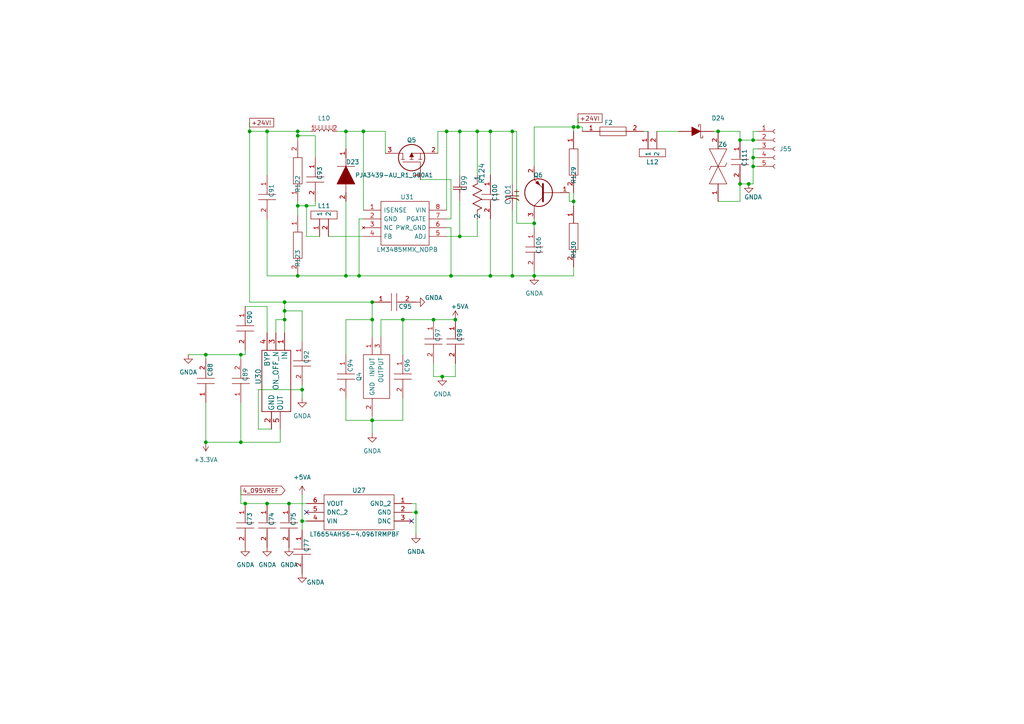
<source format=kicad_sch>
(kicad_sch (version 20230121) (generator eeschema)
  (paper "A4")
  (junction (at 69.85 128.27))
  (junction (at 86.36 80.01))
  (junction (at 77.47 146.05))
  (junction (at 148.59 80.01))
  (junction (at 100.33 80.01))
  (junction (at 87.63 151.13))
  (junction (at 128.27 109.22))
  (junction (at 120.65 148.59))
  (junction (at 100.33 38.1))
  (junction (at 129.54 38.1))
  (junction (at 77.47 38.1))
  (junction (at 82.55 87.63))
  (junction (at 214.63 53.34))
  (junction (at 116.84 92.71))
  (junction (at 132.08 92.71))
  (junction (at 218.44 48.26))
  (junction (at 148.59 38.1))
  (junction (at 218.44 40.64))
  (junction (at 142.24 38.1))
  (junction (at 142.24 80.01))
  (junction (at 167.64 36.83))
  (junction (at 133.35 38.1))
  (junction (at 107.95 92.71))
  (junction (at 107.95 87.63))
  (junction (at 154.94 64.77))
  (junction (at 82.55 90.17))
  (junction (at 218.44 45.72))
  (junction (at 214.63 40.64))
  (junction (at 87.63 113.03))
  (junction (at 83.82 146.05))
  (junction (at 217.17 53.34))
  (junction (at 86.36 59.69))
  (junction (at 154.94 80.01))
  (junction (at 105.41 38.1))
  (junction (at 107.95 121.92))
  (junction (at 125.73 92.71))
  (junction (at 133.35 68.58))
  (junction (at 104.14 80.01))
  (junction (at 69.85 102.87))
  (junction (at 166.37 58.42))
  (junction (at 208.28 38.1))
  (junction (at 86.36 38.1))
  (junction (at 71.12 146.05))
  (junction (at 59.69 128.27))
  (junction (at 88.9 59.69))
  (junction (at 138.43 38.1))
  (junction (at 59.69 102.87))
  (junction (at 82.55 92.71))
  (junction (at 166.37 36.83))
  (junction (at 86.36 39.37))
  (junction (at 72.39 38.1))
  (junction (at 130.81 80.01))
  (no_connect (at 88.9 148.59))
  (no_connect (at 119.38 151.13))
  (wire (pts (xy 81.28 128.27) (xy 69.85 128.27)))
  (wire (pts (xy 86.36 38.1) (xy 86.36 39.37)))
  (wire (pts (xy 107.95 92.71) (xy 107.95 97.79)))
  (wire (pts (xy 91.44 59.69) (xy 88.9 59.69)))
  (wire (pts (xy 100.33 121.92) (xy 107.95 121.92)))
  (wire (pts (xy 133.35 58.42) (xy 133.35 68.58)))
  (wire (pts (xy 77.47 88.9) (xy 77.47 96.52)))
  (wire (pts (xy 87.63 151.13) (xy 88.9 151.13)))
  (wire (pts (xy 187.96 38.1) (xy 186.69 38.1)))
  (wire (pts (xy 100.33 58.42) (xy 100.33 80.01)))
  (wire (pts (xy 166.37 58.42) (xy 166.37 59.69)))
  (wire (pts (xy 116.84 121.92) (xy 107.95 121.92)))
  (wire (pts (xy 165.1 58.42) (xy 166.37 58.42)))
  (wire (pts (xy 167.64 34.29) (xy 167.64 36.83)))
  (wire (pts (xy 105.41 63.5) (xy 104.14 63.5)))
  (wire (pts (xy 218.44 38.1) (xy 218.44 40.64)))
  (wire (pts (xy 100.33 102.87) (xy 100.33 92.71)))
  (wire (pts (xy 154.94 36.83) (xy 166.37 36.83)))
  (wire (pts (xy 154.94 64.77) (xy 154.94 66.04)))
  (wire (pts (xy 217.17 53.34) (xy 214.63 53.34)))
  (wire (pts (xy 128.27 109.22) (xy 125.73 109.22)))
  (wire (pts (xy 149.86 64.77) (xy 149.86 38.1)))
  (wire (pts (xy 148.59 80.01) (xy 154.94 80.01)))
  (wire (pts (xy 125.73 109.22) (xy 125.73 105.41)))
  (wire (pts (xy 87.63 99.06) (xy 87.63 90.17)))
  (wire (pts (xy 107.95 120.65) (xy 107.95 121.92)))
  (wire (pts (xy 88.9 68.58) (xy 88.9 59.69)))
  (wire (pts (xy 138.43 50.8) (xy 138.43 38.1)))
  (wire (pts (xy 97.79 38.1) (xy 100.33 38.1)))
  (wire (pts (xy 69.85 142.24) (xy 69.85 146.05)))
  (wire (pts (xy 208.28 38.1) (xy 214.63 38.1)))
  (wire (pts (xy 166.37 77.47) (xy 166.37 80.01)))
  (wire (pts (xy 74.93 113.03) (xy 87.63 113.03)))
  (wire (pts (xy 142.24 50.8) (xy 142.24 38.1)))
  (wire (pts (xy 120.65 146.05) (xy 120.65 148.59)))
  (wire (pts (xy 219.71 38.1) (xy 218.44 38.1)))
  (wire (pts (xy 87.63 90.17) (xy 82.55 90.17)))
  (wire (pts (xy 100.33 80.01) (xy 104.14 80.01)))
  (wire (pts (xy 86.36 38.1) (xy 90.17 38.1)))
  (wire (pts (xy 69.85 102.87) (xy 71.12 102.87)))
  (wire (pts (xy 116.84 92.71) (xy 125.73 92.71)))
  (wire (pts (xy 71.12 146.05) (xy 69.85 146.05)))
  (wire (pts (xy 129.54 68.58) (xy 133.35 68.58)))
  (wire (pts (xy 104.14 80.01) (xy 130.81 80.01)))
  (wire (pts (xy 218.44 48.26) (xy 218.44 53.34)))
  (wire (pts (xy 105.41 38.1) (xy 105.41 60.96)))
  (wire (pts (xy 148.59 38.1) (xy 148.59 53.34)))
  (wire (pts (xy 218.44 48.26) (xy 219.71 48.26)))
  (wire (pts (xy 190.5 38.1) (xy 196.85 38.1)))
  (wire (pts (xy 111.76 38.1) (xy 111.76 44.45)))
  (wire (pts (xy 69.85 102.87) (xy 69.85 104.14)))
  (wire (pts (xy 218.44 53.34) (xy 217.17 53.34)))
  (wire (pts (xy 107.95 121.92) (xy 107.95 125.73)))
  (wire (pts (xy 71.12 101.6) (xy 71.12 102.87)))
  (wire (pts (xy 81.28 124.46) (xy 81.28 128.27)))
  (wire (pts (xy 154.94 78.74) (xy 154.94 80.01)))
  (wire (pts (xy 104.14 63.5) (xy 104.14 80.01)))
  (wire (pts (xy 130.81 80.01) (xy 142.24 80.01)))
  (wire (pts (xy 127 44.45) (xy 127 38.1)))
  (wire (pts (xy 167.64 36.83) (xy 168.91 36.83)))
  (wire (pts (xy 87.63 151.13) (xy 87.63 153.67)))
  (wire (pts (xy 107.95 87.63) (xy 107.95 92.71)))
  (wire (pts (xy 130.81 52.07) (xy 130.81 63.5)))
  (wire (pts (xy 69.85 116.84) (xy 69.85 128.27)))
  (wire (pts (xy 86.36 80.01) (xy 100.33 80.01)))
  (wire (pts (xy 142.24 80.01) (xy 148.59 80.01)))
  (wire (pts (xy 72.39 87.63) (xy 82.55 87.63)))
  (wire (pts (xy 129.54 38.1) (xy 133.35 38.1)))
  (wire (pts (xy 110.49 92.71) (xy 110.49 97.79)))
  (wire (pts (xy 86.36 59.69) (xy 88.9 59.69)))
  (wire (pts (xy 168.91 36.83) (xy 168.91 38.1)))
  (wire (pts (xy 218.44 45.72) (xy 219.71 45.72)))
  (wire (pts (xy 100.33 43.18) (xy 100.33 38.1)))
  (wire (pts (xy 83.82 146.05) (xy 77.47 146.05)))
  (wire (pts (xy 77.47 63.5) (xy 77.47 80.01)))
  (wire (pts (xy 207.01 38.1) (xy 208.28 38.1)))
  (wire (pts (xy 86.36 39.37) (xy 86.36 40.64)))
  (wire (pts (xy 80.01 96.52) (xy 80.01 92.71)))
  (wire (pts (xy 132.08 109.22) (xy 128.27 109.22)))
  (wire (pts (xy 165.1 55.88) (xy 165.1 58.42)))
  (wire (pts (xy 129.54 66.04) (xy 130.81 66.04)))
  (wire (pts (xy 71.12 88.9) (xy 77.47 88.9)))
  (wire (pts (xy 100.33 38.1) (xy 105.41 38.1)))
  (wire (pts (xy 92.71 68.58) (xy 88.9 68.58)))
  (wire (pts (xy 120.65 148.59) (xy 120.65 154.94)))
  (wire (pts (xy 88.9 146.05) (xy 83.82 146.05)))
  (wire (pts (xy 119.38 148.59) (xy 120.65 148.59)))
  (wire (pts (xy 82.55 96.52) (xy 82.55 92.71)))
  (wire (pts (xy 154.94 36.83) (xy 154.94 48.26)))
  (wire (pts (xy 129.54 60.96) (xy 129.54 38.1)))
  (wire (pts (xy 59.69 102.87) (xy 69.85 102.87)))
  (wire (pts (xy 72.39 35.56) (xy 72.39 38.1)))
  (wire (pts (xy 214.63 38.1) (xy 214.63 40.64)))
  (wire (pts (xy 72.39 87.63) (xy 72.39 38.1)))
  (wire (pts (xy 121.92 52.07) (xy 130.81 52.07)))
  (wire (pts (xy 154.94 64.77) (xy 149.86 64.77)))
  (wire (pts (xy 133.35 38.1) (xy 138.43 38.1)))
  (wire (pts (xy 116.84 92.71) (xy 110.49 92.71)))
  (wire (pts (xy 87.63 113.03) (xy 87.63 115.57)))
  (wire (pts (xy 127 38.1) (xy 129.54 38.1)))
  (wire (pts (xy 74.93 113.03) (xy 74.93 124.46)))
  (wire (pts (xy 119.38 146.05) (xy 120.65 146.05)))
  (wire (pts (xy 100.33 115.57) (xy 100.33 121.92)))
  (wire (pts (xy 116.84 115.57) (xy 116.84 121.92)))
  (wire (pts (xy 91.44 59.69) (xy 91.44 58.42)))
  (wire (pts (xy 166.37 36.83) (xy 167.64 36.83)))
  (wire (pts (xy 142.24 38.1) (xy 148.59 38.1)))
  (wire (pts (xy 154.94 63.5) (xy 154.94 64.77)))
  (wire (pts (xy 95.25 68.58) (xy 105.41 68.58)))
  (wire (pts (xy 116.84 102.87) (xy 116.84 92.71)))
  (wire (pts (xy 133.35 68.58) (xy 138.43 68.58)))
  (wire (pts (xy 80.01 92.71) (xy 82.55 92.71)))
  (wire (pts (xy 77.47 50.8) (xy 77.47 38.1)))
  (wire (pts (xy 86.36 59.69) (xy 86.36 62.23)))
  (wire (pts (xy 82.55 87.63) (xy 107.95 87.63)))
  (wire (pts (xy 59.69 102.87) (xy 59.69 104.14)))
  (wire (pts (xy 86.36 59.69) (xy 86.36 58.42)))
  (wire (pts (xy 138.43 38.1) (xy 142.24 38.1)))
  (wire (pts (xy 77.47 38.1) (xy 86.36 38.1)))
  (wire (pts (xy 91.44 45.72) (xy 91.44 39.37)))
  (wire (pts (xy 218.44 40.64) (xy 214.63 40.64)))
  (wire (pts (xy 86.36 80.01) (xy 77.47 80.01)))
  (wire (pts (xy 218.44 43.18) (xy 218.44 45.72)))
  (wire (pts (xy 148.59 60.96) (xy 148.59 80.01)))
  (wire (pts (xy 130.81 66.04) (xy 130.81 80.01)))
  (wire (pts (xy 54.61 102.87) (xy 59.69 102.87)))
  (wire (pts (xy 74.93 124.46) (xy 78.74 124.46)))
  (wire (pts (xy 87.63 111.76) (xy 87.63 113.03)))
  (wire (pts (xy 214.63 58.42) (xy 214.63 53.34)))
  (wire (pts (xy 72.39 38.1) (xy 77.47 38.1)))
  (wire (pts (xy 132.08 105.41) (xy 132.08 109.22)))
  (wire (pts (xy 105.41 38.1) (xy 111.76 38.1)))
  (wire (pts (xy 166.37 55.88) (xy 166.37 58.42)))
  (wire (pts (xy 130.81 63.5) (xy 129.54 63.5)))
  (wire (pts (xy 59.69 128.27) (xy 59.69 116.84)))
  (wire (pts (xy 91.44 39.37) (xy 86.36 39.37)))
  (wire (pts (xy 218.44 45.72) (xy 218.44 48.26)))
  (wire (pts (xy 219.71 40.64) (xy 218.44 40.64)))
  (wire (pts (xy 77.47 146.05) (xy 71.12 146.05)))
  (wire (pts (xy 142.24 63.5) (xy 142.24 80.01)))
  (wire (pts (xy 125.73 92.71) (xy 132.08 92.71)))
  (wire (pts (xy 133.35 50.8) (xy 133.35 38.1)))
  (wire (pts (xy 82.55 92.71) (xy 82.55 90.17)))
  (wire (pts (xy 82.55 90.17) (xy 82.55 87.63)))
  (wire (pts (xy 149.86 38.1) (xy 148.59 38.1)))
  (wire (pts (xy 100.33 92.71) (xy 107.95 92.71)))
  (wire (pts (xy 138.43 68.58) (xy 138.43 63.5)))
  (wire (pts (xy 166.37 36.83) (xy 166.37 38.1)))
  (wire (pts (xy 208.28 58.42) (xy 214.63 58.42)))
  (wire (pts (xy 166.37 80.01) (xy 154.94 80.01)))
  (wire (pts (xy 87.63 143.51) (xy 87.63 151.13)))
  (wire (pts (xy 219.71 43.18) (xy 218.44 43.18)))
  (wire (pts (xy 59.69 128.27) (xy 69.85 128.27)))
  (global_label "4_095VREF" (shape output) (at 69.85 142.24 0) (property "Intersheetrefs" "${INTERSHEET_REFS}" (effects hide)))
  (global_label "+24VI" (shape passive) (at 167.64 34.29 0) (property "Intersheetrefs" "${INTERSHEET_REFS}" (effects hide)))
  (global_label "+24VI" (shape passive) (at 72.39 35.56 0) (property "Intersheetrefs" "${INTERSHEET_REFS}" (effects hide)))
  (symbol (lib_id "power:+5VA") (at 132.08 92.71 0) (unit 1)
    (property "Reference" "#PWR0151" (effects hide))
    (property "Value" "+5VA" (at 133.35 88.9 0))
    (instances (project "OpenPLC_Hardware" (path "" (reference "#PWR0151") (unit 1)) (path "" (reference "#PWR0146") (unit 1))))
  )
  (symbol (lib_id "GRM155R71H104KE14D:GRM155R71H104KE14D") (at 87.63 153.67 270) (unit 1)
    (property "Reference" "C77" (at 88.9 156.21 0) (effects (justify left)))
    (property "Value" "GRM155R71H104KE14D" (effects hide))
    (property "Footprint" "Capacitor_SMD:C_0402_1005Metric" (effects hide))
    (property "Datasheet" "https://datasheet.datasheetarchive.com/originals/distributors/DKDS-10/191322.pdf" (effects hide))
    (property "Description" "Multilayer Ceramic Capacitors MLCC - SMD/SMT 0402 0.1uF 50volts X7R 10%" (effects hide))
    (property "Height" "0.55" (effects hide))
    (property "Manufacturer_Name" "Murata Electronics" (effects hide))
    (property "Manufacturer_Part_Number" "GRM155R71H104KE14D" (effects hide))
    (property "Mouser Part Number" "81-GRM155R71H104KE4D" (effects hide))
    (property "Mouser Price/Stock" "https://www.mouser.co.uk/ProductDetail/Murata-Electronics/GRM155R71H104KE14D?qs=2UZY3JfgLCy9gG9icKV9Yg%3D%3D" (effects hide))
    (property "Arrow Part Number" "GRM155R71H104KE14D" (effects hide))
    (property "Arrow Price/Stock" "https://www.arrow.com/en/products/grm155r71h104ke14d/murata-manufacturing?region=nac" (effects hide))
    (instances (project "OpenPLC_Hardware" (path "" (reference "C77") (unit 1)) (path "" (reference "C92") (unit 1))))
  )
  (symbol (lib_id "2023-02-16_19-54-39:ERJ-3EKF7502V") (at 138.43 63.5 270) (mirror x) (unit 1)
    (property "Reference" "R124" (at 139.7 53.34 0) (effects (font (size 1.524 1.524)) (justify left)))
    (property "Value" "ERJ-3EKF7502V" (effects hide))
    (property "Footprint" "Resistor_SMD:R_0603_1608Metric" (effects hide))
  )
  (symbol (lib_name "MPZ2012S331AT_1") (lib_id "MPZ2012S331AT:MPZ2012S331AT") (at 92.71 68.58 90) (unit 1)
    (property "Reference" "L11" (at 93.98 59.69 90))
    (property "Value" "MPZ2012S331AT000" (effects hide))
    (property "Footprint" "footprints:INDC2012X105N" (effects hide))
    (property "Datasheet" "https://datasheet.datasheetarchive.com/originals/distributors/SFDatasheet-3/sf-00062318.pdf" (effects hide))
    (property "Description" "MPZ series 0805 SMD chip bead 330R 2.5A TDK High Current Chip Power Line Bead, 2 x 1.25 x 0.85mm" (effects hide))
    (property "Height" "1.05" (effects hide))
    (property "Manufacturer_Name" "TDK" (effects hide))
    (property "Manufacturer_Part_Number" "MPZ2012S331AT" (effects hide))
    (property "Mouser Part Number" "N/A" (effects hide))
    (property "Mouser Price/Stock" "http://www.mouser.com/Search/ProductDetail.aspx?qs=cdpe0LUyr8BsVfVjhc2Cow%3d%3d" (effects hide))
    (property "Arrow Part Number" "MPZ2012S331AT" (effects hide))
    (property "Arrow Price/Stock" "https://www.arrow.com/en/products/mpz2012s331at/tdk" (effects hide))
  )
  (symbol (lib_id "GRM155R71H104KE14D:GRM155R71H104KE14D") (at 142.24 50.8 270) (unit 1)
    (property "Reference" "C100" (at 143.51 53.34 0) (effects (justify left)))
    (property "Value" "GRM155R71H104KE14D" (effects hide))
    (property "Footprint" "Capacitor_SMD:C_0402_1005Metric" (effects hide))
    (property "Datasheet" "https://datasheet.datasheetarchive.com/originals/distributors/DKDS-10/191322.pdf" (effects hide))
    (property "Description" "Multilayer Ceramic Capacitors MLCC - SMD/SMT 0402 0.1uF 50volts X7R 10%" (effects hide))
    (property "Height" "0.55" (effects hide))
    (property "Manufacturer_Name" "Murata Electronics" (effects hide))
    (property "Manufacturer_Part_Number" "GRM155R71H104KE14D" (effects hide))
    (property "Mouser Part Number" "81-GRM155R71H104KE4D" (effects hide))
    (property "Mouser Price/Stock" "https://www.mouser.co.uk/ProductDetail/Murata-Electronics/GRM155R71H104KE14D?qs=2UZY3JfgLCy9gG9icKV9Yg%3D%3D" (effects hide))
    (property "Arrow Part Number" "GRM155R71H104KE14D" (effects hide))
    (property "Arrow Price/Stock" "https://www.arrow.com/en/products/grm155r71h104ke14d/murata-manufacturing?region=nac" (effects hide))
  )
  (symbol (lib_id "UWX1C101MCL1GB:UWX1C101MCL1GB") (at 77.47 50.8 270) (unit 1)
    (property "Reference" "C91" (at 78.74 53.34 0) (effects (justify left)))
    (property "Value" "UWX1C101MCL1GB" (effects hide))
    (property "Footprint" "Capacitor_SMD:CP_Elec_6.3x5.4_Nichicon" (effects hide))
    (property "Datasheet" "https://componentsearchengine.com/Datasheets/2/UWX1C101MCL1GB.pdf" (effects hide))
    (property "Description" "Al Cap WX series SMT 100uF 16V Nichicon 100uF 16 V Aluminium Electrolytic Capacitor, WX Series 2000h 6.3 Dia. x 5.5mm" (effects hide))
    (property "Manufacturer_Name" "Nichicon" (effects hide))
    (property "Manufacturer_Part_Number" "UWX1C101MCL1GB" (effects hide))
    (property "Mouser Part Number" "647-UWX1C101MCL1" (effects hide))
    (property "Mouser Price/Stock" "https://www.mouser.co.uk/ProductDetail/Nichicon/UWX1C101MCL1GB?qs=7D1LtPJG0i2nFwCSiru1OQ%3D%3D" (effects hide))
    (property "Arrow Part Number" "UWX1C101MCL1GB" (effects hide))
    (property "Arrow Price/Stock" "https://www.arrow.com/en/products/uwx1c101mcl1gb/nichicon?region=europe" (effects hide))
    (instances (project "OpenPLC_Hardware" (path "" (reference "C91") (unit 1)) (path "" (reference "C88") (unit 1))))
  )
  (symbol (lib_id "power:GNDA") (at 107.95 125.73 0) (unit 1)
    (property "Reference" "#PWR0148" (effects hide))
    (property "Value" "GNDA" (at 107.95 130.81 0))
    (instances (project "OpenPLC_Hardware" (path "" (reference "#PWR0148") (unit 1)) (path "" (reference "#PWR0121") (unit 1))))
  )
  (symbol (lib_id "power:GNDA") (at 83.82 158.75 0) (unit 1)
    (property "Reference" "#PWR0120" (effects hide))
    (property "Value" "GNDA" (at 81.28 163.83 0) (effects (justify left)))
    (instances (project "OpenPLC_Hardware" (path "" (reference "#PWR0120") (unit 1)) (path "" (reference "#PWR084") (unit 1))))
  )
  (symbol (lib_id "power:GNDA") (at 77.47 158.75 0) (unit 1)
    (property "Reference" "#PWR0118" (effects hide))
    (property "Value" "GNDA" (at 74.93 163.83 0) (effects (justify left)))
    (instances (project "OpenPLC_Hardware" (path "" (reference "#PWR0118") (unit 1)) (path "" (reference "#PWR083") (unit 1))))
  )
  (symbol (lib_id "power:GNDA") (at 87.63 166.37 0) (unit 1)
    (property "Reference" "#PWR0122" (effects hide))
    (property "Value" "GNDA" (at 88.9 168.91 0) (effects (justify left)))
    (instances (project "OpenPLC_Hardware" (path "" (reference "#PWR0122") (unit 1)) (path "" (reference "#PWR0120") (unit 1))))
  )
  (symbol (lib_id "power:GNDA") (at 71.12 158.75 0) (unit 1)
    (property "Reference" "#PWR0117" (effects hide))
    (property "Value" "GNDA" (at 68.58 163.83 0) (effects (justify left)))
    (instances (project "OpenPLC_Hardware" (path "" (reference "#PWR0117") (unit 1)) (path "" (reference "#PWR079") (unit 1))))
  )
  (symbol (lib_id "power:GNDA") (at 87.63 115.57 0) (unit 1)
    (property "Reference" "#PWR0147" (effects hide))
    (property "Value" "GNDA" (at 87.63 120.65 0))
    (instances (project "OpenPLC_Hardware" (path "" (reference "#PWR0147") (unit 1)) (path "" (reference "#PWR0117") (unit 1))))
  )
  (symbol (lib_id "LM3485MMX_NOPB:LM3485MMX_NOPB") (at 105.41 60.96 0) (unit 1)
    (property "Reference" "U31" (at 118.11 57.15 0))
    (property "Value" "LM3485MMX_NOPB" (at 118.11 72.39 0))
    (property "Footprint" "footprints:SOP65P490X110-8N" (effects hide))
    (property "Datasheet" "http://www.ti.com/lit/gpn/lm3485" (effects hide))
    (property "Description" "4.5-35V, Hysteretic Non-Synchronous PFET Buck Controller" (effects hide))
    (property "Height" "1.1" (effects hide))
    (property "Manufacturer_Name" "Texas Instruments" (effects hide))
    (property "Manufacturer_Part_Number" "LM3485MMX/NOPB" (effects hide))
    (property "Mouser Part Number" "926-LM3485MMX/NOPB" (effects hide))
    (property "Mouser Price/Stock" "https://www.mouser.co.uk/ProductDetail/Texas-Instruments/LM3485MMX-NOPB?qs=X1J7HmVL2ZGdhzJdAW27lw%3D%3D" (effects hide))
    (property "Arrow Part Number" "LM3485MMX/NOPB" (effects hide))
    (property "Arrow Price/Stock" "https://www.arrow.com/en/products/lm3485mmxnopb/texas-instruments?region=nac" (effects hide))
    (instances (project "OpenPLC_Hardware" (path "" (reference "U31") (unit 1)) (path "" (reference "U27") (unit 1))))
  )
  (symbol (lib_id "MMBT2907A-7-F:MMBT2907A-7-F") (at 165.1 55.88 180) (unit 1)
    (property "Reference" "Q6" (at 157.48 50.8 0) (effects (justify left)))
    (property "Value" "MMBT2907A-7-F" (effects hide))
    (property "Footprint" "footprints:SOT96P240X100-3N" (effects hide))
    (property "Datasheet" "https://www.diodes.com/assets/Datasheets/ds30040.pdf" (effects hide))
    (property "Description" "Diodes Inc MMBT2907A-7-F PNP Bipolar Transistor, -600 mA, -60 V, 3-Pin SOT-23" (effects hide))
    (property "Height" "1" (effects hide))
    (property "Manufacturer_Name" "Diodes Inc." (effects hide))
    (property "Manufacturer_Part_Number" "MMBT2907A-7-F" (effects hide))
    (property "Mouser Part Number" "621-MMBT2907A-F" (effects hide))
    (property "Mouser Price/Stock" "https://www.mouser.co.uk/ProductDetail/Diodes-Incorporated/MMBT2907A-7-F?qs=nzdy8YbEw1%252BnciVJrv5MLg%3D%3D" (effects hide))
    (property "Arrow Part Number" "MMBT2907A-7-F" (effects hide))
    (property "Arrow Price/Stock" "https://www.arrow.com/en/products/mmbt2907a-7-f/diodes-incorporated?region=europe" (effects hide))
  )
  (symbol (lib_id "GJ821BR61E106KE11L:GJ821BR61E106KE11L") (at 116.84 102.87 90) (mirror x) (unit 1)
    (property "Reference" "C96" (at 118.11 107.95 0) (effects (justify right)))
    (property "Value" "GJ821BR61E106KE11L" (effects hide))
    (property "Footprint" "footprints:CAPC2012X145N" (effects hide))
    (property "Datasheet" "https://componentsearchengine.com/Datasheets/1/GJ821BR61E106KE11L.pdf" (effects hide))
    (property "Description" "Multilayer Ceramic Capacitors MLCC - SMD/SMT" (effects hide))
    (property "Height" "1.45" (effects hide))
    (property "Manufacturer_Name" "Murata Electronics" (effects hide))
    (property "Manufacturer_Part_Number" "GJ821BR61E106KE11L" (effects hide))
    (property "Mouser Part Number" "81-GJ821BR61E106KE1L" (effects hide))
    (property "Mouser Price/Stock" "https://www.mouser.co.uk/ProductDetail/Murata-Electronics/GJ821BR61E106KE11L?qs=qkDYIeTQ%252BEnBuHnNb4Un%2FQ%3D%3D" (effects hide))
  )
  (symbol (lib_id "AR03BTC4022:AR03BTC4022") (at 86.36 58.42 90) (unit 1)
    (property "Reference" "R122" (at 86.36 50.8 0) (effects (justify right)))
    (property "Value" "CPF0603B40K2E1" (effects hide))
    (property "Footprint" "Resistor_SMD:R_0603_1608Metric" (effects hide))
  )
  (symbol (lib_id "L7805CD2T-TR:L7805CD2T-TR") (at 107.95 97.79 90) (mirror x) (unit 1)
    (property "Reference" "Q4" (at 104.14 109.22 0))
    (property "Value" "L7805CD2T-TR" (effects hide))
    (property "Footprint" "footprints:L7805CD2T" (effects hide))
    (property "Datasheet" "http://www.st.com/web/en/resource/technical/document/datasheet/CD00000444.pdf" (effects hide))
    (property "Description" "L7805CD2T-TR, Linear Voltage Regulator, 1.5A 5 V, 3-Pin D2PAK" (effects hide))
    (property "Height" "4.56" (effects hide))
    (property "Manufacturer_Name" "STMicroelectronics" (effects hide))
    (property "Manufacturer_Part_Number" "L7805CD2T-TR" (effects hide))
    (property "Mouser Part Number" "511-L7805CD2T-TR" (effects hide))
    (property "Mouser Price/Stock" "https://www.mouser.co.uk/ProductDetail/STMicroelectronics/L7805CD2T-TR?qs=8tkG3v2%2F4sGtQPO74MZjHw%3D%3D" (effects hide))
    (property "Arrow Part Number" "L7805CD2T-TR" (effects hide))
    (property "Arrow Price/Stock" "https://www.arrow.com/en/products/l7805cd2t-tr/stmicroelectronics?region=nac" (effects hide))
  )
  (symbol (lib_id "B1100-13-F:B1100-13-F") (at 100.33 43.18 270) (unit 1)
    (property "Reference" "D23" (at 100.33 46.99 90) (effects (justify left)))
    (property "Value" "B1100-13-F" (effects hide))
    (property "Footprint" "footprints:DIOM5226X230N" (effects hide))
    (property "Datasheet" "https://datasheet.datasheetarchive.com/originals/distributors/Datasheets-9/DSA-164343.pdf" (effects hide))
    (property "Description" "DIODES INC. - B1100-13-F - DIODE, REC, SCHOTTKY, 100V, 1A, SMA" (effects hide))
    (property "Height" "2.3" (effects hide))
    (property "Manufacturer_Name" "Diodes Inc." (effects hide))
    (property "Manufacturer_Part_Number" "B1100-13-F" (effects hide))
    (property "Mouser Part Number" "621-B1100-F" (effects hide))
    (property "Mouser Price/Stock" "https://www.mouser.co.uk/ProductDetail/Diodes-Incorporated/B1100-13-F?qs=T8e3FA69jPlr%2FjoVfgtgdA%3D%3D" (effects hide))
    (property "Arrow Part Number" "B1100-13-F" (effects hide))
    (property "Arrow Price/Stock" "https://www.arrow.com/en/products/b1100-13-f/diodes-incorporated?region=nac" (effects hide))
    (instances (project "OpenPLC_Hardware" (path "" (reference "D23") (unit 1)) (path "" (reference "D3") (unit 1))))
  )
  (symbol (lib_id "dk_Diodes-Rectifiers-Single:B340A-13-F") (at 201.93 38.1 0) (unit 1)
    (property "Reference" "D24" (at 208.28 34.29 0))
    (property "Value" "B340-13-F" (effects hide))
    (property "Footprint" "digikey-footprints:DO-214AC" (effects hide))
    (property "Datasheet" "https://www.diodes.com/assets/Datasheets/ds30891.pdf" (effects hide))
    (property "Description" "DIODE SCHOTTKY 40V 3A SMA" (effects hide))
    (property "Height" "2.61" (effects hide))
    (property "Manufacturer_Name" "onsemi" (effects hide))
    (property "Manufacturer_Part_Number" "B340-13-F" (effects hide))
    (property "Mouser Part Number" "863-MBRS340T3G" (effects hide))
    (property "Mouser Price/Stock" "https://www.mouser.co.uk/ProductDetail/onsemi/MBRS340T3G?qs=3JMERSakeboCr3wxBgfY3w%3D%3D" (effects hide))
    (property "Arrow Part Number" "MBRS340T3G" (effects hide))
    (property "Arrow Price/Stock" "https://www.arrow.com/en/products/mbrs340t3g/on-semiconductor?region=nac" (effects hide))
    (property "Digi-Key_PN" "B340A-FDICT-ND" (effects hide))
    (property "MPN" "B340A-13-F" (effects hide))
    (property "Category" "Discrete Semiconductor Products" (effects hide))
    (property "Family" "Diodes - Rectifiers - Single" (effects hide))
    (property "DK_Datasheet_Link" "https://www.diodes.com/assets/Datasheets/ds30891.pdf" (effects hide))
    (property "DK_Detail_Page" "/product-detail/en/diodes-incorporated/B340A-13-F/B340A-FDICT-ND/725054" (effects hide))
    (property "Manufacturer" "Diodes Incorporated" (effects hide))
    (property "Status" "Active" (effects hide))
    (instances (project "OpenPLC_Hardware" (path "" (reference "D24") (unit 1)) (path "" (reference "D5") (unit 1))))
  )
  (symbol (lib_id "power:GNDA") (at 128.27 109.22 0) (unit 1)
    (property "Reference" "#PWR0150" (effects hide))
    (property "Value" "GNDA" (at 128.27 114.3 0))
    (instances (project "OpenPLC_Hardware" (path "" (reference "#PWR0150") (unit 1)) (path "" (reference "#PWR0145") (unit 1))))
  )
  (symbol (lib_id "power:+3.3VA") (at 59.69 128.27 0) (mirror x) (unit 1)
    (property "Reference" "#PWR0146" (effects hide))
    (property "Value" "+3.3VA" (at 59.69 133.35 0))
    (instances (project "OpenPLC_Hardware" (path "" (reference "#PWR0146") (unit 1)) (path "" (reference "#PWR078") (unit 1))))
  )
  (symbol (lib_id "ERJ-3EKF4992V:ERJ-3EKF4992V") (at 166.37 59.69 270) (unit 1)
    (property "Reference" "R130" (at 166.37 69.85 0) (effects (justify left)))
    (property "Value" "ERJ-3EKF4992V" (effects hide))
    (property "Footprint" "Resistor_SMD:R_0603_1608Metric" (effects hide))
    (property "Datasheet" "https://industrial.panasonic.com/cdbs/www-data/pdf/RDA0000/AOA0000C304.pdf" (effects hide))
    (property "Description" "Thick Film Resistors - SMD 0603 49.9Kohms 1% AEC-Q200" (effects hide))
    (property "Height" "0.55" (effects hide))
    (property "Manufacturer_Name" "Panasonic" (effects hide))
    (property "Manufacturer_Part_Number" "ERJ-3EKF4992V" (effects hide))
    (property "Mouser Part Number" "667-ERJ-3EKF4992V" (effects hide))
    (property "Mouser Price/Stock" "https://www.mouser.co.uk/ProductDetail/Panasonic/ERJ-3EKF4992V?qs=66DK8nO8gJDYHn0m%2Fug%252Bvw%3D%3D" (effects hide))
    (property "Arrow Part Number" "ERJ-3EKF4992V" (effects hide))
    (property "Arrow Price/Stock" "https://www.arrow.com/en/products/erj-3ekf4992v/panasonic?region=europe" (effects hide))
  )
  (symbol (lib_id "SH4022220YLB:SH4022220YLB") (at 92.71 38.1 90) (unit 1)
    (property "Reference" "L10" (at 93.98 34.29 90))
    (property "Value" "VLS4015CX-220M-H" (effects hide))
    (property "Footprint" "footprints:VLS4015CX100MH" (effects hide))
  )
  (symbol (lib_id "ECJ-2FB1E475M:ECJ-2FB1E475M") (at 125.73 92.71 270) (unit 1)
    (property "Reference" "C97" (at 127 95.25 0) (effects (justify left)))
    (property "Value" "0805X475K250CT" (effects hide))
    (property "Footprint" "Capacitor_SMD:C_0805_2012Metric" (effects hide))
    (property "Datasheet" "https://componentsearchengine.com/Datasheets/1/ECJ-2VB1H102K.pdf" (effects hide))
    (property "Description" "Multilayer Ceramic Capacitors MLCC - SMD/SMT 4.7uF 25V 20%" (effects hide))
    (property "Height" "1.35" (effects hide))
    (property "Manufacturer_Name" "Panasonic" (effects hide))
    (property "Manufacturer_Part_Number" "0805X475K250CT" (effects hide))
    (property "Mouser Part Number" "667-ECJ-2FB1E475M" (effects hide))
    (property "Mouser Price/Stock" "https://www.mouser.com/Search/Refine.aspx?Keyword=667-ECJ-2FB1E475M" (effects hide))
  )
  (symbol (lib_id "LMK107BJ475KA-T:LMK107BJ475KA-T") (at 83.82 146.05 270) (unit 1)
    (property "Reference" "C75" (at 85.09 148.59 0) (effects (justify left)))
    (property "Value" "CC0603KRX5R6BB475" (effects hide))
    (property "Footprint" "Capacitor_SMD:C_0603_1608Metric" (effects hide))
    (property "Datasheet" "https://mouser.componentsearchengine.com/Datasheets/1/LMK107BJ475KA-T.pdf" (effects hide))
    (property "Description" "Multilayer Ceramic Capacitors MLCC - SMD/SMT 4.7uF 10V X5R +/-10% 0603 Gen Purp" (effects hide))
    (property "Height" "0.9" (effects hide))
    (property "Manufacturer_Name" "TAIYO YUDEN" (effects hide))
    (property "Manufacturer_Part_Number" "LMK107BJ475KA-T" (effects hide))
    (property "Mouser Part Number" "963-LMK107BJ475KA-T" (effects hide))
    (property "Mouser Price/Stock" "https://www.mouser.co.uk/ProductDetail/Taiyo-Yuden/LMK107BJ475KA-T?qs=PzICbMaShUfCoRlxZeLF0g%3D%3D" (effects hide))
    (instances (project "OpenPLC_Hardware" (path "" (reference "C75") (unit 1)) (path "" (reference "C90") (unit 1))))
  )
  (symbol (lib_id "ECJ-2FB1E475M:ECJ-2FB1E475M") (at 87.63 99.06 270) (unit 1)
    (property "Reference" "C92" (at 88.9 101.6 0) (effects (justify left)))
    (property "Value" "0805X475K250CT" (effects hide))
    (property "Footprint" "Capacitor_SMD:C_0805_2012Metric" (effects hide))
    (property "Datasheet" "https://componentsearchengine.com/Datasheets/1/ECJ-2VB1H102K.pdf" (effects hide))
    (property "Description" "Multilayer Ceramic Capacitors MLCC - SMD/SMT 4.7uF 25V 20%" (effects hide))
    (property "Height" "1.35" (effects hide))
    (property "Manufacturer_Name" "Panasonic" (effects hide))
    (property "Manufacturer_Part_Number" "0805X475K250CT" (effects hide))
    (property "Mouser Part Number" "667-ECJ-2FB1E475M" (effects hide))
    (property "Mouser Price/Stock" "https://www.mouser.com/Search/Refine.aspx?Keyword=667-ECJ-2FB1E475M" (effects hide))
    (instances (project "OpenPLC_Hardware" (path "" (reference "C92") (unit 1)) (path "" (reference "C91") (unit 1))))
  )
  (symbol (lib_id "power:+5VA") (at 87.63 143.51 0) (unit 1)
    (property "Reference" "#PWR0121" (effects hide))
    (property "Value" "+5VA" (at 87.63 138.43 0))
    (instances (project "OpenPLC_Hardware" (path "" (reference "#PWR0121") (unit 1)) (path "" (reference "#PWR0118") (unit 1))))
  )
  (symbol (lib_id "GCM21BR72A104KA37L:GCM21BR72A104KA37L") (at 214.63 40.64 270) (unit 1)
    (property "Reference" "C111" (at 215.9 43.18 0) (effects (justify left)))
    (property "Value" "GCM21BR72A104KA37L" (effects hide))
    (property "Footprint" "Capacitor_SMD:C_0805_2012Metric" (effects hide))
    (property "Datasheet" "https://psearch.en.murata.com/capacitor/product/GCM21BR72A104KA37%23.html" (effects hide))
    (property "Description" "Ceramic  SMT capacitor 100nF 100Vdc Murata 100nF Multilayer Ceramic Capacitor (MLCC) 100 V dc +/-10% X7R dielectric GCM Surface Mount max op. temp. +125C" (effects hide))
    (property "Height" "1.4" (effects hide))
    (property "Manufacturer_Name" "Murata Electronics" (effects hide))
    (property "Manufacturer_Part_Number" "GCM21BR72A104KA37L" (effects hide))
    (property "Mouser Part Number" "81-GCM21BR72A104KA7L" (effects hide))
    (property "Mouser Price/Stock" "https://www.mouser.co.uk/ProductDetail/Murata-Electronics/GCM21BR72A104KA37L?qs=aEuGZpxfbxU57i7kalIPTw%3D%3D" (effects hide))
    (property "Arrow Part Number" "GCM21BR72A104KA37L" (effects hide))
    (property "Arrow Price/Stock" "https://www.arrow.com/en/products/gcm21br72a104ka37l/murata-manufacturing?region=nac" (effects hide))
  )
  (symbol (lib_id "GRM155R71H104KE14D:GRM155R71H104KE14D") (at 154.94 66.04 270) (unit 1)
    (property "Reference" "C106" (at 156.21 68.58 0) (effects (justify left)))
    (property "Value" "GRM155R71H104KE14D" (effects hide))
    (property "Footprint" "Capacitor_SMD:C_0402_1005Metric" (effects hide))
    (property "Datasheet" "https://datasheet.datasheetarchive.com/originals/distributors/DKDS-10/191322.pdf" (effects hide))
    (property "Description" "Multilayer Ceramic Capacitors MLCC - SMD/SMT 0402 0.1uF 50volts X7R 10%" (effects hide))
    (property "Height" "0.55" (effects hide))
    (property "Manufacturer_Name" "Murata Electronics" (effects hide))
    (property "Manufacturer_Part_Number" "GRM155R71H104KE14D" (effects hide))
    (property "Mouser Part Number" "81-GRM155R71H104KE4D" (effects hide))
    (property "Mouser Price/Stock" "https://www.mouser.co.uk/ProductDetail/Murata-Electronics/GRM155R71H104KE14D?qs=2UZY3JfgLCy9gG9icKV9Yg%3D%3D" (effects hide))
    (property "Arrow Part Number" "GRM155R71H104KE14D" (effects hide))
    (property "Arrow Price/Stock" "https://www.arrow.com/en/products/grm155r71h104ke14d/murata-manufacturing?region=nac" (effects hide))
  )
  (symbol (lib_id "FDN5618P:FDN5618P") (at 121.92 52.07 90) (unit 1)
    (property "Reference" "Q5" (at 119.38 40.64 90))
    (property "Value" "PJA3439-AU_R1_000A1" (at 114.3 50.8 90))
    (property "Footprint" "footprints:SOT95P237X112-3N" (effects hide))
    (property "Datasheet" "https://www.onsemi.com/pub/Collateral/FDN5618P-D.PDF" (effects hide))
    (property "Description" "Trans MOSFET P-CH 60V 1.25A 3-SuperSOT" (effects hide))
    (property "Height" "1.12" (effects hide))
    (property "Manufacturer_Name" "onsemi" (effects hide))
    (property "Manufacturer_Part_Number" "PJA3439-AU_R1_000A1" (effects hide))
    (property "Mouser Part Number" "512-FDN5618P" (effects hide))
    (property "Mouser Price/Stock" "https://www.mouser.co.uk/ProductDetail/onsemi-Fairchild/FDN5618P?qs=CzJHWN52K%2FUHSUQJ8zgbDg%3D%3D" (effects hide))
    (property "Arrow Part Number" "FDN5618P" (effects hide))
    (property "Arrow Price/Stock" "https://www.arrow.com/en/products/fdn5618p/on-semiconductor" (effects hide))
  )
  (symbol (lib_id "GJ821BR61E106KE11L:GJ821BR61E106KE11L") (at 100.33 102.87 90) (mirror x) (unit 1)
    (property "Reference" "C94" (at 101.6 107.95 0) (effects (justify right)))
    (property "Value" "GJ821BR61E106KE11L" (effects hide))
    (property "Footprint" "footprints:CAPC2012X145N" (effects hide))
    (property "Datasheet" "https://componentsearchengine.com/Datasheets/1/GJ821BR61E106KE11L.pdf" (effects hide))
    (property "Description" "Multilayer Ceramic Capacitors MLCC - SMD/SMT" (effects hide))
    (property "Height" "1.45" (effects hide))
    (property "Manufacturer_Name" "Murata Electronics" (effects hide))
    (property "Manufacturer_Part_Number" "GJ821BR61E106KE11L" (effects hide))
    (property "Mouser Part Number" "81-GJ821BR61E106KE1L" (effects hide))
    (property "Mouser Price/Stock" "https://www.mouser.co.uk/ProductDetail/Murata-Electronics/GJ821BR61E106KE11L?qs=qkDYIeTQ%252BEnBuHnNb4Un%2FQ%3D%3D" (effects hide))
  )
  (symbol (lib_id "power:GNDA") (at 154.94 80.01 0) (unit 1)
    (property "Reference" "#PWR0152" (effects hide))
    (property "Value" "GNDA" (at 154.94 85.09 0))
    (instances (project "OpenPLC_Hardware" (path "" (reference "#PWR0152") (unit 1)) (path "" (reference "#PWR0147") (unit 1))))
  )
  (symbol (lib_id "LT6654AHS6-4.096TRMPBF:LT6654AHS6-4.096TRMPBF") (at 119.38 146.05 0) (mirror y) (unit 1)
    (property "Reference" "U27" (at 104.14 142.24 0))
    (property "Value" "LT6654AHS6-4.096TRMPBF" (at 102.87 154.94 0))
    (property "Footprint" "footprints:SOT95P280X100-6N" (effects hide))
    (property "Description" "Precision Wide Supply High Output Drive Low Noise Reference" (effects hide))
    (property "Manufacturer_Name" "Analog Devices" (effects hide))
    (property "Manufacturer_Part_Number" "LT6654AHS6-4.096TRMPBF" (effects hide))
    (instances (project "OpenPLC_Hardware" (path "" (reference "U27") (unit 1)) (path "" (reference "U30") (unit 1))))
  )
  (symbol (lib_id "Connector:Conn_01x05_Female") (at 224.79 43.18 0) (unit 1)
    (property "Reference" "J55" (at 226.06 43.1799 0) (effects (justify left)))
    (property "Value" "284512-5" (effects hide))
    (property "Footprint" "footprints:SHDRRA5W82P0X350_1X5_1980X920X745P" (effects hide))
    (instances (project "OpenPLC_Hardware" (path "" (reference "J55") (unit 1)) (path "" (reference "J13") (unit 1))))
  )
  (symbol (lib_id "C1005X7R1E103K050BB:C1005X7R1E103K050BB") (at 71.12 88.9 90) (mirror x) (unit 1)
    (property "Reference" "C90" (at 72.39 93.98 0) (effects (justify right)))
    (property "Value" "C1005X7R1E103K050BB" (effects hide))
    (property "Footprint" "Capacitor_SMD:C_0402_1005Metric" (effects hide))
    (property "Datasheet" "https://product.tdk.com/system/files/dam/doc/product/capacitor/ceramic/mlcc/catalog/mlcc_commercial_general_en.pdf" (effects hide))
    (property "Description" "MULTILAYER CERAMIC CHIP CAPACITORS, 1005, Commercial grade, general (Up to 75V)" (effects hide))
    (property "Height" "0.55" (effects hide))
    (property "Manufacturer_Name" "TDK" (effects hide))
    (property "Manufacturer_Part_Number" "C1005X7R1E103K050BB" (effects hide))
    (property "Mouser Part Number" "810-C1005X7R1E103K" (effects hide))
    (property "Mouser Price/Stock" "https://www.mouser.co.uk/ProductDetail/TDK/C1005X7R1E103K050BB?qs=NRhsANhppD8434p4mMcNYg%3D%3D" (effects hide))
    (property "Arrow Part Number" "C1005X7R1E103K050BB" (effects hide))
    (property "Arrow Price/Stock" "https://www.arrow.com/en/products/c1005x7r1e103k050bb/tdk?region=nac" (effects hide))
    (instances (project "OpenPLC_Hardware" (path "" (reference "C90") (unit 1)) (path "" (reference "C75") (unit 1))))
  )
  (symbol (lib_id "power:GNDA") (at 120.65 87.63 90) (unit 1)
    (property "Reference" "#PWR0149" (effects hide))
    (property "Value" "GNDA" (at 123.19 86.36 90) (effects (justify right)))
    (instances (project "OpenPLC_Hardware" (path "" (reference "#PWR0149") (unit 1)) (path "" (reference "#PWR0122") (unit 1))))
  )
  (symbol (lib_id "0ZCF0100AF2A:0ZCF0100AF2A") (at 168.91 38.1 0) (unit 1)
    (property "Reference" "F2" (at 176.53 35.56 0))
    (property "Value" "0ZCF0100AF2A" (effects hide))
    (property "Footprint" "footprints:FUSC7451X170N" (effects hide))
    (property "Datasheet" "https://componentsearchengine.com/Datasheets/1/0ZCF0100AF2A.pdf" (effects hide))
    (property "Description" "Resettable Fuses - PPTC 1A 60V PPTC 2920 SMD" (effects hide))
    (property "Height" "1.7" (effects hide))
    (property "Manufacturer_Name" "BelFuse" (effects hide))
    (property "Manufacturer_Part_Number" "0ZCF0100AF2A" (effects hide))
    (property "Mouser Part Number" "530-0ZCF0100AF2A" (effects hide))
    (property "Mouser Price/Stock" "https://www.mouser.co.uk/ProductDetail/Bel-Fuse/0ZCF0100AF2A?qs=jyPKP7YLNfDyY7GbSCl%252BVQ%3D%3D" (effects hide))
    (property "Arrow Part Number" "0ZCF0100AF2A" (effects hide))
    (property "Arrow Price/Stock" "https://www.arrow.com/en/products/0zcf0100af2a/bel-group" (effects hide))
  )
  (symbol (lib_id "power:GNDA") (at 120.65 154.94 0) (unit 1)
    (property "Reference" "#PWR0134" (effects hide))
    (property "Value" "GNDA" (at 120.65 160.02 0))
  )
  (symbol (lib_id "RC0402FR-0710KL:RC0402FR-0710KL") (at 166.37 38.1 270) (unit 1)
    (property "Reference" "R129" (at 166.37 48.26 0) (effects (justify left)))
    (property "Value" "RC0402FR-0710KL" (effects hide))
    (property "Footprint" "Resistor_SMD:R_0402_1005Metric_Pad0.72x0.64mm_HandSolder" (effects hide))
    (property "Datasheet" "https://datasheet.datasheetarchive.com/originals/distributors/Datasheets_SAMA/902f9e387b938f871d31120f5fc1d65e.pdf" (effects hide))
    (property "Description" "YAGEO (PHYCOMP) - RC0402FR-0710KL. - RES, THICK FILM, 10K, 1%, 0.0625W, 0402" (effects hide))
    (property "Height" "0.4" (effects hide))
    (property "Manufacturer_Name" "KEMET" (effects hide))
    (property "Manufacturer_Part_Number" "RC0402FR-0710KL" (effects hide))
    (property "Mouser Part Number" "603-RC0402FR-0710KL" (effects hide))
    (property "Mouser Price/Stock" "https://www.mouser.co.uk/ProductDetail/YAGEO/RC0402FR-0710KL?qs=I1mnnYJTTsxUoNwrUsQExA%3D%3D" (effects hide))
    (property "Arrow Part Number" "RC0402FR-0710KL" (effects hide))
    (property "Arrow Price/Stock" "https://www.arrow.com/en/products/rc0402fr-0710kl/yageo?region=europe" (effects hide))
  )
  (symbol (lib_id "LMK107BJ475KA-T:LMK107BJ475KA-T") (at 77.47 146.05 270) (unit 1)
    (property "Reference" "C74" (at 78.74 148.59 0) (effects (justify left)))
    (property "Value" "CC0603KRX5R6BB475" (effects hide))
    (property "Footprint" "Capacitor_SMD:C_0603_1608Metric" (effects hide))
    (property "Datasheet" "https://mouser.componentsearchengine.com/Datasheets/1/LMK107BJ475KA-T.pdf" (effects hide))
    (property "Description" "Multilayer Ceramic Capacitors MLCC - SMD/SMT 4.7uF 10V X5R +/-10% 0603 Gen Purp" (effects hide))
    (property "Height" "0.9" (effects hide))
    (property "Manufacturer_Name" "TAIYO YUDEN" (effects hide))
    (property "Manufacturer_Part_Number" "LMK107BJ475KA-T" (effects hide))
    (property "Mouser Part Number" "963-LMK107BJ475KA-T" (effects hide))
    (property "Mouser Price/Stock" "https://www.mouser.co.uk/ProductDetail/Taiyo-Yuden/LMK107BJ475KA-T?qs=PzICbMaShUfCoRlxZeLF0g%3D%3D" (effects hide))
    (instances (project "OpenPLC_Hardware" (path "" (reference "C74") (unit 1)) (path "" (reference "C89") (unit 1))))
  )
  (symbol (lib_id "MPZ2012S331AT:MPZ2012S331AT") (at 187.96 38.1 90) (mirror x) (unit 1)
    (property "Reference" "L12" (at 189.23 46.99 90))
    (property "Value" "MPZ2012S331AT000" (effects hide))
    (property "Footprint" "footprints:INDC2012X105N" (effects hide))
    (property "Datasheet" "https://datasheet.datasheetarchive.com/originals/distributors/SFDatasheet-3/sf-00062318.pdf" (effects hide))
    (property "Description" "MPZ series 0805 SMD chip bead 330R 2.5A TDK High Current Chip Power Line Bead, 2 x 1.25 x 0.85mm" (effects hide))
    (property "Height" "1.05" (effects hide))
    (property "Manufacturer_Name" "TDK" (effects hide))
    (property "Manufacturer_Part_Number" "MPZ2012S331AT" (effects hide))
    (property "Mouser Part Number" "N/A" (effects hide))
    (property "Mouser Price/Stock" "http://www.mouser.com/Search/ProductDetail.aspx?qs=cdpe0LUyr8BsVfVjhc2Cow%3d%3d" (effects hide))
    (property "Arrow Part Number" "MPZ2012S331AT" (effects hide))
    (property "Arrow Price/Stock" "https://www.arrow.com/en/products/mpz2012s331at/tdk" (effects hide))
  )
  (symbol (lib_id "0603ZD105KAT2A:0603ZD105KAT2A") (at 132.08 92.71 270) (unit 1)
    (property "Reference" "C98" (at 133.35 95.25 0) (effects (justify left)))
    (property "Value" "0603ZD105KAT2A" (effects hide))
    (property "Footprint" "Capacitor_SMD:C_0603_1608Metric" (effects hide))
    (property "Datasheet" "http://datasheets.avx.com/cx5r.pdf" (effects hide))
    (property "Description" "AVX 1uF  /-10% 10 V dc X5R Dielectric SMD Ceramic Multilayer Capacitor 0603" (effects hide))
    (property "Height" "0.9" (effects hide))
    (property "Manufacturer_Name" "AVX" (effects hide))
    (property "Manufacturer_Part_Number" "0603ZD105KAT2A" (effects hide))
    (property "Mouser Part Number" "581-0603ZD105K" (effects hide))
    (property "Mouser Price/Stock" "https://www.mouser.co.uk/ProductDetail/AVX/0603ZD105KAT2A?qs=9PmLU43%252BWwW9M7%2FQGmdczg%3D%3D" (effects hide))
    (property "Arrow Part Number" "0603ZD105KAT2A" (effects hide))
    (property "Arrow Price/Stock" "https://www.arrow.com/en/products/0603zd105kat2a/avx" (effects hide))
  )
  (symbol (lib_id "RC0402FR-0710KL:RC0402FR-0710KL") (at 86.36 62.23 270) (unit 1)
    (property "Reference" "R123" (at 86.36 72.39 0) (effects (justify left)))
    (property "Value" "RC0402FR-0710KL" (effects hide))
    (property "Footprint" "Resistor_SMD:R_0402_1005Metric_Pad0.72x0.64mm_HandSolder" (effects hide))
    (property "Datasheet" "https://datasheet.datasheetarchive.com/originals/distributors/Datasheets_SAMA/902f9e387b938f871d31120f5fc1d65e.pdf" (effects hide))
    (property "Description" "YAGEO (PHYCOMP) - RC0402FR-0710KL. - RES, THICK FILM, 10K, 1%, 0.0625W, 0402" (effects hide))
    (property "Height" "0.4" (effects hide))
    (property "Manufacturer_Name" "KEMET" (effects hide))
    (property "Manufacturer_Part_Number" "RC0402FR-0710KL" (effects hide))
    (property "Mouser Part Number" "603-RC0402FR-0710KL" (effects hide))
    (property "Mouser Price/Stock" "https://www.mouser.co.uk/ProductDetail/YAGEO/RC0402FR-0710KL?qs=I1mnnYJTTsxUoNwrUsQExA%3D%3D" (effects hide))
    (property "Arrow Part Number" "RC0402FR-0710KL" (effects hide))
    (property "Arrow Price/Stock" "https://www.arrow.com/en/products/rc0402fr-0710kl/yageo?region=europe" (effects hide))
  )
  (symbol (lib_id "2023-02-21_18-39-06:LP2992IM5-3.3{slash}NOPB") (at 80.01 119.38 270) (unit 1)
    (property "Reference" "U30" (at 74.93 109.22 0) (effects (font (size 1.524 1.524))))
    (property "Value" "LP2992IM5-3.3/NOPB" (effects hide))
    (property "Footprint" "footprints:LP2992IM5-3.3&slash_NOPB" (effects hide))
    (instances (project "OpenPLC_Hardware" (path "" (reference "U30") (unit 1)) (path "" (reference "U17") (unit 1))))
  )
  (symbol (lib_id "08055A471JAT2A:08055A471JAT2A") (at 91.44 45.72 270) (unit 1)
    (property "Reference" "C93" (at 92.71 48.26 0) (effects (justify left)))
    (property "Value" "08055A471JAT2A" (effects hide))
    (property "Footprint" "Capacitor_SMD:C_0805_2012Metric" (effects hide))
    (property "Datasheet" "http://datasheets.avx.com/C0GNP0-Dielectric.pdf" (effects hide))
    (property "Description" "AVX 0805 Standard 470pF Ceramic Multilayer Capacitor, 50 V dc, +125" (effects hide))
    (property "Height" "0.94" (effects hide))
    (property "Manufacturer_Name" "AVX" (effects hide))
    (property "Manufacturer_Part_Number" "08055A471JAT2A" (effects hide))
    (property "Mouser Part Number" "581-08055A471J" (effects hide))
    (property "Mouser Price/Stock" "https://www.mouser.co.uk/ProductDetail/AVX/08055A471JAT2A?qs=puY0Jq7LBATs%2FWzMvXMJew%3D%3D" (effects hide))
  )
  (symbol (lib_id "power:GNDA") (at 54.61 102.87 0) (unit 1)
    (property "Reference" "#PWR0145" (effects hide))
    (property "Value" "GNDA" (at 54.61 107.95 0))
    (instances (project "OpenPLC_Hardware" (path "" (reference "#PWR0145") (unit 1)) (path "" (reference "#PWR046") (unit 1))))
  )
  (symbol (lib_id "2023-02-21_19-39-52:UWD1H220MCL1GS") (at 148.59 53.34 270) (unit 1)
    (property "Reference" "C101" (at 147.32 53.34 0) (effects (font (size 1.524 1.524)) (justify left)))
    (property "Value" "UWD1H220MCL1GS" (effects hide))
    (property "Footprint" "Capacitor_SMD:CP_Elec_6.3x5.8" (effects hide))
  )
  (symbol (lib_id "0603ZD105KAT2A:0603ZD105KAT2A") (at 59.69 116.84 270) (mirror x) (unit 1)
    (property "Reference" "C88" (at 60.96 109.22 0) (effects (justify left)))
    (property "Value" "0603ZD105KAT2A" (effects hide))
    (property "Footprint" "Capacitor_SMD:C_0603_1608Metric" (effects hide))
    (property "Datasheet" "http://datasheets.avx.com/cx5r.pdf" (effects hide))
    (property "Description" "AVX 1uF  /-10% 10 V dc X5R Dielectric SMD Ceramic Multilayer Capacitor 0603" (effects hide))
    (property "Height" "0.9" (effects hide))
    (property "Manufacturer_Name" "AVX" (effects hide))
    (property "Manufacturer_Part_Number" "0603ZD105KAT2A" (effects hide))
    (property "Mouser Part Number" "581-0603ZD105K" (effects hide))
    (property "Mouser Price/Stock" "https://www.mouser.co.uk/ProductDetail/AVX/0603ZD105KAT2A?qs=9PmLU43%252BWwW9M7%2FQGmdczg%3D%3D" (effects hide))
    (property "Arrow Part Number" "0603ZD105KAT2A" (effects hide))
    (property "Arrow Price/Stock" "https://www.arrow.com/en/products/0603zd105kat2a/avx" (effects hide))
    (instances (project "OpenPLC_Hardware" (path "" (reference "C88") (unit 1)) (path "" (reference "C73") (unit 1))))
  )
  (symbol (lib_id "power:GNDA") (at 217.17 53.34 0) (unit 1)
    (property "Reference" "#PWR0158" (effects hide))
    (property "Value" "GNDA" (at 218.44 57.15 0))
    (instances (project "OpenPLC_Hardware" (path "" (reference "#PWR0158") (unit 1)) (path "" (reference "#PWR0148") (unit 1))))
  )
  (symbol (lib_id "ECJ-2FB1E475M:ECJ-2FB1E475M") (at 69.85 116.84 90) (unit 1)
    (property "Reference" "C89" (at 71.12 106.68 0) (effects (justify right)))
    (property "Value" "0805X475K250CT" (effects hide))
    (property "Footprint" "Capacitor_SMD:C_0805_2012Metric" (effects hide))
    (property "Datasheet" "https://componentsearchengine.com/Datasheets/1/ECJ-2VB1H102K.pdf" (effects hide))
    (property "Description" "Multilayer Ceramic Capacitors MLCC - SMD/SMT 4.7uF 25V 20%" (effects hide))
    (property "Height" "1.35" (effects hide))
    (property "Manufacturer_Name" "Panasonic" (effects hide))
    (property "Manufacturer_Part_Number" "0805X475K250CT" (effects hide))
    (property "Mouser Part Number" "667-ECJ-2FB1E475M" (effects hide))
    (property "Mouser Price/Stock" "https://www.mouser.com/Search/Refine.aspx?Keyword=667-ECJ-2FB1E475M" (effects hide))
    (instances (project "OpenPLC_Hardware" (path "" (reference "C89") (unit 1)) (path "" (reference "C74") (unit 1))))
  )
  (symbol (lib_id "ECJ-2FB1E475M:ECJ-2FB1E475M") (at 107.95 87.63 0) (unit 1)
    (property "Reference" "C95" (at 115.57 88.9 0) (effects (justify left)))
    (property "Value" "0805X475K250CT" (effects hide))
    (property "Footprint" "Capacitor_SMD:C_0805_2012Metric" (effects hide))
    (property "Datasheet" "https://componentsearchengine.com/Datasheets/1/ECJ-2VB1H102K.pdf" (effects hide))
    (property "Description" "Multilayer Ceramic Capacitors MLCC - SMD/SMT 4.7uF 25V 20%" (effects hide))
    (property "Height" "1.35" (effects hide))
    (property "Manufacturer_Name" "Panasonic" (effects hide))
    (property "Manufacturer_Part_Number" "0805X475K250CT" (effects hide))
    (property "Mouser Part Number" "667-ECJ-2FB1E475M" (effects hide))
    (property "Mouser Price/Stock" "https://www.mouser.com/Search/Refine.aspx?Keyword=667-ECJ-2FB1E475M" (effects hide))
  )
  (symbol (lib_id "SZ1SMA33CAT3G:SZ1SMA33CAT3G") (at 208.28 58.42 90) (unit 1)
    (property "Reference" "Z6" (at 208.28 41.91 90) (effects (justify right)))
    (property "Value" "SMAJ33CA-TR" (effects hide))
    (property "Footprint" "footprints:DIONM5226X220N" (effects hide))
    (property "Datasheet" "https://www.littelfuse.com/~/media/electronics/datasheets/tvs_diodes/littelfuse_tvs_diode_sz1sma_datasheet.pdf.pdf" (effects hide))
    (property "Description" "ESD Suppressors / TVS Diodes 33V 400W BI-DIR SZ1SMA AEC-Q101" (effects hide))
    (property "Height" "2.2" (effects hide))
    (property "Manufacturer_Name" "LITTELFUSE" (effects hide))
    (property "Manufacturer_Part_Number" "SMAJ33CA-TR" (effects hide))
    (property "Mouser Part Number" "863-SZ1SMA33CAT3G" (effects hide))
    (property "Mouser Price/Stock" "https://www.mouser.co.uk/ProductDetail/Littelfuse/SZ1SMA33CAT3G?qs=sK5eIuwOod6a1nJwXQVKYw%3D%3D" (effects hide))
  )
  (symbol (lib_id "2023-02-16_19-50-15:GRM188R71H102KA01D") (at 133.35 50.8 270) (unit 1)
    (property "Reference" "C99" (at 134.62 50.8 0) (effects (font (size 1.524 1.524)) (justify left)))
    (property "Value" "CC0603KRX7R9BB102" (effects hide))
    (property "Footprint" "Capacitor_SMD:C_0603_1608Metric" (effects hide))
    (property "Description" ".001UF,50V,10%,Ceramic,X7R,0603" (effects hide))
    (property "Manufacturer_Part_Number" "CC0603KRX7R9BB102" (effects hide))
  )
  (symbol (lib_id "GRM155R71H104KE14D:GRM155R71H104KE14D") (at 71.12 146.05 270) (unit 1)
    (property "Reference" "C73" (at 72.39 148.59 0) (effects (justify left)))
    (property "Value" "GRM155R71H104KE14D" (effects hide))
    (property "Footprint" "Capacitor_SMD:C_0402_1005Metric" (effects hide))
    (property "Datasheet" "https://datasheet.datasheetarchive.com/originals/distributors/DKDS-10/191322.pdf" (effects hide))
    (property "Description" "Multilayer Ceramic Capacitors MLCC - SMD/SMT 0402 0.1uF 50volts X7R 10%" (effects hide))
    (property "Height" "0.55" (effects hide))
    (property "Manufacturer_Name" "Murata Electronics" (effects hide))
    (property "Manufacturer_Part_Number" "GRM155R71H104KE14D" (effects hide))
    (property "Mouser Part Number" "81-GRM155R71H104KE4D" (effects hide))
    (property "Mouser Price/Stock" "https://www.mouser.co.uk/ProductDetail/Murata-Electronics/GRM155R71H104KE14D?qs=2UZY3JfgLCy9gG9icKV9Yg%3D%3D" (effects hide))
    (property "Arrow Part Number" "GRM155R71H104KE14D" (effects hide))
    (property "Arrow Price/Stock" "https://www.arrow.com/en/products/grm155r71h104ke14d/murata-manufacturing?region=nac" (effects hide))
    (instances (project "OpenPLC_Hardware" (path "" (reference "C73") (unit 1)) (path "" (reference "C77") (unit 1))))
  )
)
</source>
